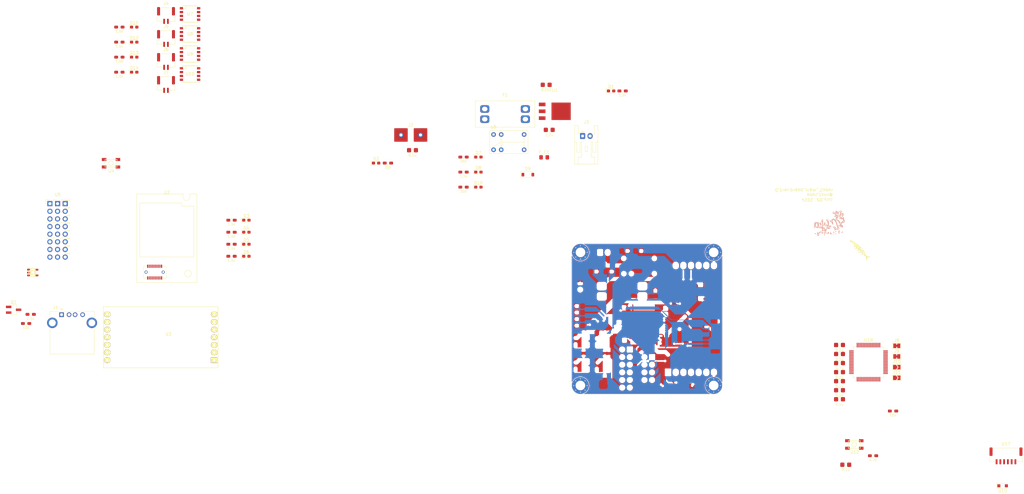
<source format=kicad_pcb>
(kicad_pcb (version 20221018) (generator pcbnew)
  (layers (0 "F.Cu" signal) (31 "B.Cu" signal) (34 "B.Paste" user) (35 "F.Paste" user) (36 "B.SilkS" user "B.Silkscreen") (37 "F.SilkS" user "F.Silkscreen") (38 "B.Mask" user) (39 "F.Mask" user) (44 "Edge.Cuts" user))
  (net 0 "")
  (net 1 "BAT")
  (net 2 "+3.3V")
  (net 3 "Net-(D2-A)")
  (net 4 "Net-(D3-A)")
  (net 5 "Net-(D4-A)")
  (net 6 "Net-(D5-A)")
  (net 7 "Net-(D7-A)")
  (net 8 "Net-(D8-A)")
  (net 9 "Net-(D10-A)")
  (net 10 "Net-(D11-A)")
  (net 11 "Fuse_out")
  (net 12 "BOOT0")
  (net 13 "+5V")
  (net 14 "EMC_IN")
  (net 15 "motor1_A")
  (net 16 "motor1_B")
  (net 17 "motor2_A")
  (net 18 "motor2_B")
  (net 19 "motor3_A")
  (net 20 "motor3_B")
  (net 21 "motor4_A")
  (net 22 "motor4_B")
  (net 23 "Relay_out")
  (net 24 "M4FIN")
  (net 25 "M3FIN")
  (net 26 "M2FIN")
  (net 27 "M1FIN")
  (net 28 "FEP_INI")
  (net 29 "FEP_RST")
  (net 30 "PC_6_Serial6TX")
  (net 31 "PC_7_Serial6RX")
  (net 32 "M1RIN")
  (net 33 "M2RIN")
  (net 34 "M3RIN")
  (net 35 "M4RIN")
  (net 36 "SWDIO")
  (net 37 "SWCLK")
  (net 38 "GND")
  (net 39 "Net-(D1-A)")
  (net 40 "Net-(D6-A)")
  (net 41 "Net-(D9-K)")
  (net 42 "Net-(D12-A)")
  (net 43 "Net-(D13-A)")
  (net 44 "Net-(D14-A)")
  (net 46 "SBUS")
  (net 47 "UART4_RX")
  (net 48 "Net-(J1-VBUS)")
  (net 49 "im920sl_D-")
  (net 50 "im920sl_D+")
  (net 52 "im920sl_RxD")
  (net 53 "Net-(J11-Pin_2)")
  (net 54 "im920sl_TxD")
  (net 55 "Net-(J10-Pin_2)")
  (net 56 "Net-(Q1-B)")
  (net 57 "im920sl_zettairesetsaseruMAN")
  (net 58 "im920sl_BUSY")
  (net 59 "Net-(U2-IO3{slash}XMIT)")
  (net 60 "Net-(U2-IO4{slash}SLEEP)")
  (net 61 "Net-(U2-SATUS)")
  (net 71 "Net-(U2-REG)")
  (net 72 "im920sl_RESET")
  (net 90 "RST")
  (net 91 "Net-(U15-A)")
  (net 92 "Net-(U18-VCAP_1)")
  (net 93 "URTA2_TX(STLINK)")
  (net 99 "UART4_TX")
  (net 100 "UART2_TX(STLINK)")
  (net 101 "UART2_RX")
  (footprint "LED_SMD:LED_0603_1608Metric_Pad1.05x0.95mm_HandSolder" (layer "F.Cu") (at 5.175 63.6)
    (fp_text reference "D4" (at 0 -1.43) (layer "F.SilkS"))
    (fp_text value "XMIT_LED")
    (pad "1" smd roundrect (at -0.875 0) (size 1.05 0.95) (layers "F.Cu" "F.Paste" "F.Mask") (net 38 "GND"))
    (pad "2" smd roundrect (at 0.875 0) (size 1.05 0.95) (layers "F.Cu" "F.Paste" "F.Mask") (net 5 "Net-(D4-A)"))
  )
  (footprint "Footprint_nishi:R_0603_1608" (layer "F.Cu") (at 0.2375 67.6)
    (fp_text reference "R7")
    (fp_text value "1.5k" (at 0 1.43) (layer "F.SilkS") (effects (font (size 0.8 0.8) (thickness 0.12))))
    (pad "1" smd roundrect (at -1.0625 0) (size 1.275 0.95) (layers "F.Cu" "F.Paste" "F.Mask") (net 60 "Net-(U2-IO4{slash}SLEEP)"))
    (pad "2" smd roundrect (at 1.0625 0) (size 1.275 0.95) (layers "F.Cu" "F.Paste" "F.Mask") (net 6 "Net-(D5-A)"))
  )
  (footprint "watanabe_smy:mounting_hole" (layer "F.Cu") (at 116.24 70.31)
    (fp_text reference "REF**")
    (fp_text value "mounting_hole")
    (pad "~" thru_hole circle locked (at -2.2 0) (size 1 1) (drill 0.3) (layers "*.Cu" "*.Mask"))
    (pad "~" thru_hole circle locked (at -1.55563 -1.55563) (size 1 1) (drill 0.3) (layers "*.Cu" "*.Mask"))
    (pad "~" thru_hole circle locked (at -1.55563 1.55563) (size 1 1) (drill 0.3) (layers "*.Cu" "*.Mask"))
    (pad "~" thru_hole circle locked (at 0 -2.2) (size 1 1) (drill 0.3) (layers "*.Cu" "*.Mask"))
    (pad "~" thru_hole circle locked (at 0 0) (size 5.6 5.6) (drill 3.2) (layers "*.Cu" "*.Mask"))
    (pad "~" thru_hole circle locked (at 0 2.2) (size 1 1) (drill 0.3) (layers "*.Cu" "*.Mask"))
    (pad "~" thru_hole circle locked (at 1.55563 -1.55563) (size 1 1) (drill 0.3) (layers "*.Cu" "*.Mask"))
    (pad "~" thru_hole circle locked (at 1.55563 1.55563) (size 1 1) (drill 0.3) (layers "*.Cu" "*.Mask"))
    (pad "~" thru_hole circle locked (at 2.2 0) (size 1 1) (drill 0.3) (layers "*.Cu" "*.Mask"))
  )
  (footprint "Connector_JST:JST_GH_BM02B-GHS-TBT_1x02-1MP_P1.25mm_Vertical" (layer "F.Cu") (at -21.531198 6.7898)
    (fp_text reference "J6" (at 0 -4) (layer "F.SilkS"))
    (fp_text value "motor3")
    (pad "1" smd roundrect (at -0.625 1.95) (size 0.6 1.7) (layers "F.Cu" "F.Paste" "F.Mask") (net 19 "motor3_A"))
    (pad "2" smd roundrect (at 0.625 1.95) (size 0.6 1.7) (layers "F.Cu" "F.Paste" "F.Mask") (net 20 "motor3_B"))
    (pad "MP" smd roundrect (at -2.475 -1.4) (size 1 2.8) (layers "F.Cu" "F.Paste" "F.Mask"))
    (pad "MP" smd roundrect (at 2.475 -1.4) (size 1 2.8) (layers "F.Cu" "F.Paste" "F.Mask"))
  )
  (footprint "LED_SMD:LED_0603_1608Metric_Pad1.05x0.95mm_HandSolder" (layer "F.Cu") (at 5.175 59.6)
    (fp_text reference "D3" (at 0 -1.43) (layer "F.SilkS"))
    (fp_text value "BUSY_LED")
    (pad "1" smd roundrect (at -0.875 0) (size 1.05 0.95) (layers "F.Cu" "F.Paste" "F.Mask") (net 38 "GND"))
    (pad "2" smd roundrect (at 0.875 0) (size 1.05 0.95) (layers "F.Cu" "F.Paste" "F.Mask") (net 4 "Net-(D3-A)"))
  )
  (footprint "Footprint_nishi:R_0603_1608" (layer "F.Cu") (at 0.2375 71.6)
    (fp_text reference "R8")
    (fp_text value "1.5k" (at 0 1.43) (layer "F.SilkS") (effects (font (size 0.8 0.8) (thickness 0.12))))
    (pad "1" smd roundrect (at -1.0625 0) (size 1.275 0.95) (layers "F.Cu" "F.Paste" "F.Mask") (net 61 "Net-(U2-SATUS)"))
    (pad "2" smd roundrect (at 1.0625 0) (size 1.275 0.95) (layers "F.Cu" "F.Paste" "F.Mask") (net 40 "Net-(D6-A)"))
  )
  (footprint "Footprint_nishi:R_0603_1608" (layer "F.Cu") (at 77.3625 43.6)
    (fp_text reference "R10")
    (fp_text value "1.5k" (at 0 1.43) (layer "F.SilkS") (effects (font (size 0.8 0.8) (thickness 0.12))))
    (pad "1" smd roundrect (at -1.0625 0) (size 1.275 0.95) (layers "F.Cu" "F.Paste" "F.Mask") (net 8 "Net-(D8-A)"))
    (pad "2" smd roundrect (at 1.0625 0) (size 1.275 0.95) (layers "F.Cu" "F.Paste" "F.Mask") (net 14 "EMC_IN"))
  )
  (footprint "Footprint_nishi:C_0805_2012" (layer "F.Cu") (at 104.8375 14.562)
    (fp_text reference "C1")
    (fp_text value "0.33u" (at 0 1.68) (layer "F.SilkS") (effects (font (size 0.8 0.8) (thickness 0.12))))
    (pad "1" smd roundrect (at -1.1375 0) (size 1.375 1.45) (layers "F.Cu" "F.Paste" "F.Mask") (roundrect_rratio 0.213) (net 1 "BAT"))
    (pad "2" smd roundrect (at 1.1375 0) (size 1.375 1.45) (layers "F.Cu" "F.Paste" "F.Mask") (roundrect_rratio 0.213) (net 38 "GND"))
  )
  (footprint "Footprint_nishi:C_0805_2012" (layer "F.Cu") (at 202.345 113.17)
    (fp_text reference "U20")
    (fp_text value "0.1u" (at 0 1.68) (layer "F.SilkS") (effects (font (size 0.8 0.8) (thickness 0.12))))
    (pad "1" smd roundrect (at -1.1375 0) (size 1.375 1.45) (layers "F.Cu" "F.Paste" "F.Mask") (roundrect_rratio 0.213) (net 2 "+3.3V"))
    (pad "2" smd roundrect (at 1.1375 0) (size 1.375 1.45) (layers "F.Cu" "F.Paste" "F.Mask") (roundrect_rratio 0.213) (net 38 "GND"))
  )
  (footprint "Capacitor_SMD:C_0805_2012Metric_Pad1.18x1.45mm_HandSolder" (layer "F.Cu") (at 104.1755 38.692)
    (fp_text reference "F_C1" (at 0 -1.68) (layer "F.SilkS"))
    (fp_text value "0.1u")
    (pad "1" smd roundrect (at -1.0375 0) (size 1.175 1.45) (layers "F.Cu" "F.Paste" "F.Mask") (roundrect_rratio 0.212766) (net 11 "Fuse_out"))
    (pad "2" smd roundrect (at 1.0375 0) (size 1.175 1.45) (layers "F.Cu" "F.Paste" "F.Mask") (roundrect_rratio 0.212766) (net 38 "GND"))
  )
  (footprint "Footprint_nishi:NJM2845DL1-33" (layer "F.Cu") (at 107.702 23.368)
    (fp_text reference "U1" (at 0 -6.985) (layer "F.SilkS"))
    (fp_text value "NJM2845DL1-33")
    (pad "1" smd rect (at -4.2 -2.28) (size 2.2 1.2) (layers "F.Cu" "F.Paste" "F.Mask") (net 1 "BAT"))
    (pad "2" smd rect (at -4.2 0) (size 2.2 1.2) (layers "F.Cu" "F.Paste" "F.Mask") (net 38 "GND"))
    (pad "2" smd rect (at 2.1 0) (size 6.4 5.8) (layers "F.Cu" "F.Paste" "F.Mask") (net 38 "GND"))
    (pad "3" smd rect (at -4.2 2.28) (size 2.2 1.2) (layers "F.Cu" "F.Paste" "F.Mask") (net 2 "+3.3V"))
  )
  (footprint "Footprint_nishi:R_0603_1608" (layer "F.Cu") (at -68.0445 93.98)
    (fp_text reference "R3")
    (fp_text value "10k" (at 0 1.43) (layer "F.SilkS") (effects (font (size 0.8 0.8) (thickness 0.12))))
    (pad "1" smd roundrect (at -1.0625 0) (size 1.275 0.95) (layers "F.Cu" "F.Paste" "F.Mask") (net 48 "Net-(J1-VBUS)"))
    (pad "2" smd roundrect (at 1.0625 0) (size 1.275 0.95) (layers "F.Cu" "F.Paste" "F.Mask") (net 1 "BAT"))
  )
  (footprint "Connector_JST:JST_GH_BM02B-GHS-TBT_1x02-1MP_P1.25mm_Vertical" (layer "F.Cu") (at -21.531198 -8.5102)
    (fp_text reference "J4" (at 0 -4) (layer "F.SilkS"))
    (fp_text value "motor1")
    (pad "1" smd roundrect (at -0.625 1.95) (size 0.6 1.7) (layers "F.Cu" "F.Paste" "F.Mask") (net 15 "motor1_A"))
    (pad "2" smd roundrect (at 0.625 1.95) (size 0.6 1.7) (layers "F.Cu" "F.Paste" "F.Mask") (net 16 "motor1_B"))
    (pad "MP" smd roundrect (at -2.475 -1.4) (size 1 2.8) (layers "F.Cu" "F.Paste" "F.Mask"))
    (pad "MP" smd roundrect (at 2.475 -1.4) (size 1 2.8) (layers "F.Cu" "F.Paste" "F.Mask"))
  )
  (footprint "LED_SMD:LED_0603_1608Metric_Pad1.05x0.95mm_HandSolder" (layer "F.Cu") (at -32.105999 -4.647)
    (fp_text reference "D11" (at 0 -1.43) (layer "F.SilkS"))
    (fp_text value "M4")
    (pad "1" smd roundrect (at -0.875 0) (size 1.05 0.95) (layers "F.Cu" "F.Paste" "F.Mask") (net 38 "GND"))
    (pad "2" smd roundrect (at 0.875 0) (size 1.05 0.95) (layers "F.Cu" "F.Paste" "F.Mask") (net 10 "Net-(D11-A)"))
  )
  (footprint "Footprint_nishi:C_0805_2012" (layer "F.Cu") (at 60.3935 36.322)
    (fp_text reference "B_C1")
    (fp_text value "0.1u" (at 0 1.68) (layer "F.SilkS") (effects (font (size 0.8 0.8) (thickness 0.12))))
    (pad "1" smd roundrect (at -1.1375 0) (size 1.375 1.45) (layers "F.Cu" "F.Paste" "F.Mask") (roundrect_rratio 0.213) (net 1 "BAT"))
    (pad "2" smd roundrect (at 1.1375 0) (size 1.375 1.45) (layers "F.Cu" "F.Paste" "F.Mask") (roundrect_rratio 0.213) (net 38 "GND"))
  )
  (footprint "Footprint_nishi:C_0805_2012" (layer "F.Cu") (at 202.345 116.18)
    (fp_text reference "U21")
    (fp_text value "0.1u" (at 0 1.68) (layer "F.SilkS") (effects (font (size 0.8 0.8) (thickness 0.12))))
    (pad "1" smd roundrect (at -1.1375 0) (size 1.375 1.45) (layers "F.Cu" "F.Paste" "F.Mask") (roundrect_rratio 0.213) (net 2 "+3.3V"))
    (pad "2" smd roundrect (at 1.1375 0) (size 1.375 1.45) (layers "F.Cu" "F.Paste" "F.Mask") (roundrect_rratio 0.213) (net 38 "GND"))
  )
  (footprint "Footprint_nishi:smd_diode_SOD-323_HandSoldering_cus10f30" (layer "F.Cu") (at 256.558 147.982)
    (fp_text reference "U15" (at 0 1.651) (layer "F.SilkS"))
    (fp_text value "D_Schottky")
    (pad "1" smd rect (at -1.25 0) (size 1 1) (layers "F.Cu" "F.Paste" "F.Mask") (net 2 "+3.3V"))
    (pad "2" smd rect (at 1.25 0) (size 1 1) (layers "F.Cu" "F.Paste" "F.Mask") (net 91 "Net-(U15-A)"))
  )
  (footprint "LED_SMD:LED_0603_1608Metric_Pad1.05x0.95mm_HandSolder" (layer "F.Cu") (at 48.3 40.6)
    (fp_text reference "D2" (at 0 -1.43) (layer "F.SilkS"))
    (fp_text value "Batt_LED")
    (pad "1" smd roundrect (at -0.875 0) (size 1.05 0.95) (layers "F.Cu" "F.Paste" "F.Mask") (net 38 "GND"))
    (pad "2" smd roundrect (at 0.875 0) (size 1.05 0.95) (layers "F.Cu" "F.Paste" "F.Mask") (net 3 "Net-(D2-A)"))
  )
  (footprint "watanabe_smy:mounting_hole" (layer "F.Cu") (at 160.51 70.31)
    (fp_text reference "REF**")
    (fp_text value "mounting_hole")
    (pad "~" thru_hole circle locked (at -2.2 0) (size 1 1) (drill 0.3) (layers "*.Cu" "*.Mask"))
    (pad "~" thru_hole circle locked (at -1.55563 -1.55563) (size 1 1) (drill 0.3) (layers "*.Cu" "*.Mask"))
    (pad "~" thru_hole circle locked (at -1.55563 1.55563) (size 1 1) (drill 0.3) (layers "*.Cu" "*.Mask"))
    (pad "~" thru_hole circle locked (at 0 -2.2) (size 1 1) (drill 0.3) (layers "*.Cu" "*.Mask"))
    (pad "~" thru_hole circle locked (at 0 0) (size 5.6 5.6) (drill 3.2) (layers "*.Cu" "*.Mask"))
    (pad "~" thru_hole circle locked (at 0 2.2) (size 1 1) (drill 0.3) (layers "*.Cu" "*.Mask"))
    (pad "~" thru_hole circle locked (at 1.55563 -1.55563) (size 1 1) (drill 0.3) (layers "*.Cu" "*.Mask"))
    (pad "~" thru_hole circle locked (at 1.55563 1.55563) (size 1 1) (drill 0.3) (layers "*.Cu" "*.Mask"))
    (pad "~" thru_hole circle locked (at 2.2 0) (size 1 1) (drill 0.3) (layers "*.Cu" "*.Mask"))
  )
  (footprint "SOP8:SOP8" (layer "F.Cu") (at -13.549999 4.3078)
    (fp_text reference "U9" (at 0 0 unlocked) (layer "F.SilkS"))
    (fp_text value "~")
    (pad "1" smd rect (at -2.849999 -1.905) (size 1.1 0.76) (layers "F.Cu" "F.Paste" "F.Mask") (net 19 "motor3_A"))
    (pad "2" smd rect (at -2.849999 -0.635) (size 1.1 0.76) (layers "F.Cu" "F.Paste" "F.Mask") (net 23 "Relay_out"))
    (pad "3" smd rect (at -2.849999 0.635) (size 1.1 0.76) (layers "F.Cu" "F.Paste" "F.Mask") (net 23 "Relay_out"))
    (pad "4" smd rect (at -2.849999 1.905) (size 1.1 0.76) (layers "F.Cu" "F.Paste" "F.Mask") (net 25 "M3FIN"))
    (pad "5" smd rect (at 2.849999 1.905) (size 1.1 0.76) (layers "F.Cu" "F.Paste" "F.Mask") (net 34 "M3RIN"))
    (pad "6" smd rect (at 2.849999 0.635) (size 1.1 0.76) (layers "F.Cu" "F.Paste" "F.Mask") (net 23 "Relay_out"))
    (pad "7" smd rect (at 2.849999 -0.635) (size 1.1 0.76) (layers "F.Cu" "F.Paste" "F.Mask") (net 20 "motor3_B"))
    (pad "8" smd rect (at 2.849999 -1.905) (size 1.1 0.76) (layers "F.Cu" "F.Paste" "F.Mask") (net 38 "GND"))
  )
  (footprint "Footprint_nishi:C_0805_2012" (layer "F.Cu") (at 204.4205 140.982)
    (fp_text reference "U23")
    (fp_text value "0.1u" (at 0 1.68) (layer "F.SilkS") (effects (font (size 0.8 0.8) (thickness 0.12))))
    (pad "1" smd roundrect (at -1.1375 0) (size 1.375 1.45) (layers "F.Cu" "F.Paste" "F.Mask") (roundrect_rratio 0.213) (net 2 "+3.3V"))
    (pad "2" smd roundrect (at 1.1375 0) (size 1.375 1.45) (layers "F.Cu" "F.Paste" "F.Mask") (roundrect_rratio 0.213) (net 38 "GND"))
  )
  (footprint "LED_SMD:LED_0603_1608Metric_Pad1.05x0.95mm_HandSolder" (layer "F.Cu") (at 5.175 71.6)
    (fp_text reference "D6" (at 0 -1.43) (layer "F.SilkS"))
    (fp_text value "STATUS_LED")
    (pad "1" smd roundrect (at -0.875 0) (size 1.05 0.95) (layers "F.Cu" "F.Paste" "F.Mask") (net 38 "GND"))
    (pad "2" smd roundrect (at 0.875 0) (size 1.05 0.95) (layers "F.Cu" "F.Paste" "F.Mask") (net 40 "Net-(D6-A)"))
  )
  (footprint "Footprint_Monkey:POWER_PAD" (layer "F.Cu") (at 59.816 31.242)
    (fp_text reference "J2" (at 0 -3.31) (layer "F.SilkS"))
    (fp_text value "BATT")
    (pad "1" thru_hole circle (at -3.25 0) (size 1.6 1.6) (drill 1) (layers "*.Cu" "*.Mask") (net 1 "BAT"))
    (pad "1" smd roundrect (at -3.25 0) (size 4.5 4.5) (layers "F.Cu" "F.Paste" "F.Mask") (roundrect_rratio 0.05) (net 1 "BAT"))
    (pad "2" thru_hole circle (at 3.25 0) (size 1.6 1.6) (drill 1) (layers "*.Cu" "*.Mask") (net 38 "GND"))
    (pad "2" smd roundrect (at 3.25 0) (size 4.5 4.5) (layers "F.Cu" "F.Paste" "F.Mask") (roundrect_rratio 0.05) (net 38 "GND"))
  )
  (footprint "Footprint_nishi:R_0603_1608" (layer "F.Cu") (at -37.043499 0.353)
    (fp_text reference "R13")
    (fp_text value "1.5k" (at 0 1.43) (layer "F.SilkS") (effects (font (size 0.8 0.8) (thickness 0.12))))
    (pad "1" smd roundrect (at -1.0625 0) (size 1.275 0.95) (layers "F.Cu" "F.Paste" "F.Mask") (net 42 "Net-(D12-A)"))
    (pad "2" smd roundrect (at 1.0625 0) (size 1.275 0.95) (layers "F.Cu" "F.Paste" "F.Mask") (net 25 "M3FIN"))
  )
  (footprint "Connector_JST:JST_GH_BM02B-GHS-TBT_1x02-1MP_P1.25mm_Vertical" (layer "F.Cu") (at -21.531198 14.4398)
    (fp_text reference "J7" (at 0 -4) (layer "F.SilkS"))
    (fp_text value "motor4")
    (pad "1" smd roundrect (at -0.625 1.95) (size 0.6 1.7) (layers "F.Cu" "F.Paste" "F.Mask") (net 21 "motor4_A"))
    (pad "2" smd roundrect (at 0.625 1.95) (size 0.6 1.7) (layers "F.Cu" "F.Paste" "F.Mask") (net 22 "motor4_B"))
    (pad "MP" smd roundrect (at -2.475 -1.4) (size 1 2.8) (layers "F.Cu" "F.Paste" "F.Mask"))
    (pad "MP" smd roundrect (at 2.475 -1.4) (size 1 2.8) (layers "F.Cu" "F.Paste" "F.Mask"))
  )
  (footprint "NagaokaFootprint2023:FEP-02_PIN_SOCKET" (layer "F.Cu") (at -23.294 98.552)
    (fp_text reference "U3" (at 2.54 -1.08) (layer "F.SilkS"))
    (fp_text value "FEP-02")
    (pad "1" thru_hole rect (at 17.78 7.62) (size 2.2 1.8) (drill 0.8) (layers "*.Cu" "*.Mask" "F.SilkS") (net 2 "+3.3V"))
    (pad "2" thru_hole oval (at 17.78 5.08) (size 2.2 1.8) (drill 0.8) (layers "*.Cu" "*.Mask" "F.SilkS") (net 31 "PC_7_Serial6RX"))
    (pad "3" thru_hole oval (at 17.78 2.54) (size 2.2 1.8) (drill 0.8) (layers "*.Cu" "*.Mask" "F.SilkS") (net 30 "PC_6_Serial6TX"))
    (pad "4" thru_hole oval (at 17.78 0) (size 2.2 1.8) (drill 0.8) (layers "*.Cu" "*.Mask" "F.SilkS"))
    (pad "5" thru_hole oval (at 17.78 -2.54) (size 2.2 1.8) (drill 0.8) (layers "*.Cu" "*.Mask" "F.SilkS"))
    (pad "6" thru_hole oval (at 17.78 -5.08) (size 2.2 1.8) (drill 0.8) (layers "*.Cu" "*.Mask" "F.SilkS"))
    (pad "7" thru_hole oval (at 17.78 -7.62) (size 2.2 1.8) (drill 0.8) (layers "*.Cu" "*.Mask" "F.SilkS"))
    (pad "8" thru_hole oval (at -17.78 -7.62) (size 2.2 1.8) (drill 0.8) (layers "*.Cu" "*.Mask" "F.SilkS"))
    (pad "9" thru_hole oval (at -17.78 -5.08) (size 2.2 1.8) (drill 0.8) (layers "*.Cu" "*.Mask" "F.SilkS"))
    (pad "10" thru_hole oval (at -17.78 -2.54) (size 2.2 1.8) (drill 0.8) (layers "*.Cu" "*.Mask" "F.SilkS"))
    (pad "11" thru_hole oval (at -17.78 0) (size 2.2 1.8) (drill 0.8) (layers "*.Cu" "*.Mask" "F.SilkS") (net 28 "FEP_INI"))
    (pad "12" thru_hole oval (at -17.78 2.54) (size 2.2 1.8) (drill 0.8) (layers "*.Cu" "*.Mask" "F.SilkS") (net 29 "FEP_RST"))
    (pad "13" thru_hole oval (at -17.78 5.08) (size 2.2 1.8) (drill 0.8) (layers "*.Cu" "*.Mask" "F.SilkS") (net 2 "+3.3V"))
    (pad "14" thru_hole oval (at -17.78 7.62) (size 2.2 1.8) (drill 0.8) (layers "*.Cu" "*.Mask" "F.SilkS") (net 38 "GND"))
  )
  (footprint "watanabe_smy:Y14H-1C-3DS" (layer "F.Cu") (at 87.347 31.093)
    (fp_text reference "U6" (at 0 -2.54 unlocked) (layer "F.SilkS"))
    (fp_text value "~")
    (pad "1" thru_hole circle (at 0 5.08) (size 1.524 1.524) (drill 0.762) (layers "*.Cu" "*.Mask"))
    (pad "2" thru_hole circle (at 2.54 5.08) (size 1.524 1.524) (drill 0.762) (layers "*.Cu" "*.Mask") (net 41 "Net-(D9-K)"))
    (pad "3" thru_hole circle (at 10.16 5.08) (size 1.524 1.524) (drill 0.762) (layers "*.Cu" "*.Mask") (net 11 "Fuse_out"))
    (pad "4" thru_hole circle (at 0 0) (size 1.524 1.524) (drill 0.762) (layers "*.Cu" "*.Mask"))
    (pad "5" thru_hole circle (at 2.54 0) (size 1.524 1.524) (drill 0.762) (layers "*.Cu" "*.Mask") (net 38 "GND"))
    (pad "6" thru_hole circle (at 10.16 0) (size 1.524 1.524) (drill 0.762) (layers "*.Cu" "*.Mask") (net 11 "Fuse_out"))
  )
  (footprint "Footprint_nishi:R_0603_1608" (layer "F.Cu") (at 213.4955 137.982)
    (fp_text reference "U11")
    (fp_text value "4.7k" (at 0 1.43) (layer "F.SilkS") (effects (font (size 0.8 0.8) (thickness 0.12))))
    (pad "1" smd roundrect (at -1.0625 0) (size 1.275 0.95) (layers "F.Cu" "F.Paste" "F.Mask") (net 2 "+3.3V"))
    (pad "2" smd roundrect (at 1.0625 0) (size 1.275 0.95) (layers "F.Cu" "F.Paste" "F.Mask") (net 90 "RST"))
  )
  (footprint "Footprint_nishi:C_0805_2012" (layer "F.Cu") (at 202.345 110.16)
    (fp_text reference "U19")
    (fp_text value "0.1u" (at 0 1.68) (layer "F.SilkS") (effects (font (size 0.8 0.8) (thickness 0.12))))
    (pad "1" smd roundrect (at -1.1375 0) (size 1.375 1.45) (layers "F.Cu" "F.Paste" "F.Mask") (roundrect_rratio 0.213) (net 2 "+3.3V"))
    (pad "2" smd roundrect (at 1.1375 0) (size 1.375 1.45) (layers "F.Cu" "F.Paste" "F.Mask") (roundrect_rratio 0.213) (net 38 "GND"))
  )
  (footprint "Footprint_nishi:R_0603_1608" (layer "F.Cu") (at 77.3625 38.6)
    (fp_text reference "R9")
    (fp_text value "20k" (at 0 1.43) (layer "F.SilkS") (effects (font (size 0.8 0.8) (thickness 0.12))))
    (pad "1" smd roundrect (at -1.0625 0) (size 1.275 0.95) (layers "F.Cu" "F.Paste" "F.Mask") (net 11 "Fuse_out"))
    (pad "2" smd roundrect (at 1.0625 0) (size 1.275 0.95) (layers "F.Cu" "F.Paste" "F.Mask") (net 7 "Net-(D7-A)"))
  )
  (footprint "LED_SMD:LED_0603_1608Metric_Pad1.05x0.95mm_HandSolder" (layer "F.Cu") (at -32.105999 10.353)
    (fp_text reference "D14" (at 0 -1.43) (layer "F.SilkS"))
    (fp_text value "M1")
    (pad "1" smd roundrect (at -0.875 0) (size 1.05 0.95) (layers "F.Cu" "F.Paste" "F.Mask") (net 38 "GND"))
    (pad "2" smd roundrect (at 0.875 0) (size 1.05 0.95) (layers "F.Cu" "F.Paste" "F.Mask") (net 44 "Net-(D14-A)"))
  )
  (footprint "Jumper:SolderJumper-2_P1.3mm_Bridged_Pad1.0x1.5mm" (layer "F.Cu") (at 221.375 101.4)
    (fp_text reference "J8" (at 0 -1.8) (layer "F.SilkS"))
    (fp_text value "RX==TX")
    (fp_poly (pts (xy -0.25 -0.3) (xy 0.25 -0.3) (xy 0.25 0.3) (xy -0.25 0.3)) (fill solid) (layer "F.Cu"))
    (pad "1" smd rect (at -0.65 0) (size 1 1.5) (layers "F.Cu" "F.Mask") (net 52 "im920sl_RxD"))
    (pad "2" smd rect (at 0.65 0) (size 1 1.5) (layers "F.Cu" "F.Mask") (net 53 "Net-(J11-Pin_2)"))
  )
  (footprint "NagaokaFootprint2023:2sc3265_SC-59_Handsoldering" (layer "F.Cu") (at -72.188 89.408)
    (fp_text reference "Q1" (at 0 -2.5) (layer "F.SilkS"))
    (fp_text value "2SC3265-Y")
    (pad "1" smd rect (at -1.65 -0.95) (size 1.8 0.8) (layers "F.Cu" "F.Paste" "F.Mask") (net 38 "GND"))
    (pad "2" smd rect (at -1.65 0.95) (size 1.8 0.8) (layers "F.Cu" "F.Paste" "F.Mask") (net 48 "Net-(J1-VBUS)"))
    (pad "3" smd rect (at 1.65 0) (size 1.8 0.8) (layers "F.Cu" "F.Paste" "F.Mask") (net 56 "Net-(Q1-B)"))
  )
  (footprint "watanabe_smy:mounting_hole" (layer "F.Cu") (at 116.21 114.61)
    (fp_text reference "REF**")
    (fp_text value "mounting_hole")
    (pad "~" thru_hole circle locked (at -2.2 0) (size 1 1) (drill 0.3) (layers "*.Cu" "*.Mask"))
    (pad "~" thru_hole circle locked (at -1.55563 -1.55563) (size 1 1) (drill 0.3) (layers "*.Cu" "*.Mask"))
    (pad "~" thru_hole circle locked (at -1.55563 1.55563) (size 1 1) (drill 0.3) (layers "*.Cu" "*.Mask"))
    (pad "~" thru_hole circle locked (at 0 -2.2) (size 1 1) (drill 0.3) (layers "*.Cu" "*.Mask"))
    (pad "~" thru_hole circle locked (at 0 0) (size 5.6 5.6) (drill 3.2) (layers "*.Cu" "*.Mask"))
    (pad "~" thru_hole circle locked (at 0 2.2) (size 1 1) (drill 0.3) (layers "*.Cu" "*.Mask"))
    (pad "~" thru_hole circle locked (at 1.55563 -1.55563) (size 1 1) (drill 0.3) (layers "*.Cu" "*.Mask"))
    (pad "~" thru_hole circle locked (at 1.55563 1.55563) (size 1 1) (drill 0.3) (layers "*.Cu" "*.Mask"))
    (pad "~" thru_hole circle locked (at 2.2 0) (size 1 1) (drill 0.3) (layers "*.Cu" "*.Mask"))
  )
  (footprint "LED_SMD:LED_0603_1608Metric_Pad1.05x0.95mm_HandSolder" (layer "F.Cu") (at -32.105999 0.353)
    (fp_text reference "D12" (at 0 -1.43) (layer "F.SilkS"))
    (fp_text value "M3")
    (pad "1" smd roundrect (at -0.875 0) (size 1.05 0.95) (layers "F.Cu" "F.Paste" "F.Mask") (net 38 "GND"))
    (pad "2" smd roundrect (at 0.875 0) (size 1.05 0.95) (layers "F.Cu" "F.Paste" "F.Mask") (net 42 "Net-(D12-A)"))
  )
  (footprint "Footprint_nishi:R_0603_1608" (layer "F.Cu") (at 0.2375 59.6)
    (fp_text reference "R5")
    (fp_text value "1.5k" (at 0 1.43) (layer "F.SilkS") (effects (font (size 0.8 0.8) (thickness 0.12))))
    (pad "1" smd roundrect (at -1.0625 0) (size 1.275 0.95) (layers "F.Cu" "F.Paste" "F.Mask") (net 58 "im920sl_BUSY"))
    (pad "2" smd roundrect (at 1.0625 0) (size 1.275 0.95) (layers "F.Cu" "F.Paste" "F.Mask") (net 4 "Net-(D3-A)"))
  )
  (footprint "Footprint_nishi:R_0603_1608" (layer "F.Cu") (at 77.3625 48.6)
    (fp_text reference "R11")
    (fp_text value "20k" (at 0 1.43) (layer "F.SilkS") (effects (font (size 0.8 0.8) (thickness 0.12))))
    (pad "1" smd roundrect (at -1.0625 0) (size 1.275 0.95) (layers "F.Cu" "F.Paste" "F.Mask") (net 9 "Net-(D10-A)"))
    (pad "2" smd roundrect (at 1.0625 0) (size 1.275 0.95) (layers "F.Cu" "F.Paste" "F.Mask") (net 23 "Relay_out"))
  )
  (footprint "Footprint_nishi:C_0805_2012" (layer "F.Cu") (at 202.345 107.15)
    (fp_text reference "U16")
    (fp_text value "4.7u" (at 0 1.68) (layer "F.SilkS") (effects (font (size 0.8 0.8) (thickness 0.12))))
    (pad "1" smd roundrect (at -1.1375 0) (size 1.375 1.45) (layers "F.Cu" "F.Paste" "F.Mask") (roundrect_rratio 0.213) (net 92 "Net-(U18-VCAP_1)"))
    (pad "2" smd roundrect (at 1.1375 0) (size 1.375 1.45) (layers "F.Cu" "F.Paste" "F.Mask") (roundrect_rratio 0.213) (net 38 "GND"))
  )
  (footprint "Footprint_nishi:R_0603_1608" (layer "F.Cu") (at -37.043499 -4.647)
    (fp_text reference "R12")
    (fp_text value "1.5k" (at 0 1.43) (layer "F.SilkS") (effects (font (size 0.8 0.8) (thickness 0.12))))
    (pad "1" smd roundrect (at -1.0625 0) (size 1.275 0.95) (layers "F.Cu" "F.Paste" "F.Mask") (net 10 "Net-(D11-A)"))
    (pad "2" smd roundrect (at 1.0625 0) (size 1.275 0.95) (layers "F.Cu" "F.Paste" "F.Mask") (net 24 "M4FIN"))
  )
  (footprint "LED_SMD:LED_0603_1608Metric_Pad1.05x0.95mm_HandSolder" (layer "F.Cu") (at 82.3 48.6)
    (fp_text reference "D10" (at 0 -1.43) (layer "F.SilkS"))
    (fp_text value "Relay_LED")
    (pad "1" smd roundrect (at -0.875 0) (size 1.05 0.95) (layers "F.Cu" "F.Paste" "F.Mask") (net 38 "GND"))
    (pad "2" smd roundrect (at 0.875 0) (size 1.05 0.95) (layers "F.Cu" "F.Paste" "F.Mask") (net 9 "Net-(D10-A)"))
  )
  (footprint "Footprint_nishi:C_0805_2012" (layer "F.Cu") (at 202.345 119.19)
    (fp_text reference "U22")
    (fp_text value "0.1u" (at 0 1.68) (layer "F.SilkS") (effects (font (size 0.8 0.8) (thickness 0.12))))
    (pad "1" smd roundrect (at -1.1375 0) (size 1.375 1.45) (layers "F.Cu" "F.Paste" "F.Mask") (roundrect_rratio 0.213) (net 2 "+3.3V"))
    (pad "2" smd roundrect (at 1.1375 0) (size 1.375 1.45) (layers "F.Cu" "F.Paste" "F.Mask") (roundrect_rratio 0.213) (net 38 "GND"))
  )
  (footprint "watanabe_smy:mounting_hole" (layer "F.Cu") (at 160.51 114.61)
    (fp_text reference "REF**")
    (fp_text value "mounting_hole")
    (pad "~" thru_hole circle locked (at -2.2 0) (size 1 1) (drill 0.3) (layers "*.Cu" "*.Mask"))
    (pad "~" thru_hole circle locked (at -1.55563 -1.55563) (size 1 1) (drill 0.3) (layers "*.Cu" "*.Mask"))
    (pad "~" thru_hole circle locked (at -1.55563 1.55563) (size 1 1) (drill 0.3) (layers "*.Cu" "*.Mask"))
    (pad "~" thru_hole circle locked (at 0 -2.2) (size 1 1) (drill 0.3) (layers "*.Cu" "*.Mask"))
    (pad "~" thru_hole circle locked (at 0 0) (size 5.6 5.6) (drill 3.2) (layers "*.Cu" "*.Mask"))
    (pad "~" thru_hole circle locked (at 0 2.2) (size 1 1) (drill 0.3) (layers "*.Cu" "*.Mask"))
    (pad "~" thru_hole circle locked (at 1.55563 -1.55563) (size 1 1) (drill 0.3) (layers "*.Cu" "*.Mask"))
    (pad "~" thru_hole circle locked (at 1.55563 1.55563) (size 1 1) (drill 0.3) (layers "*.Cu" "*.Mask"))
    (pad "~" thru_hole circle locked (at 2.2 0) (size 1 1) (drill 0.3) (layers "*.Cu" "*.Mask"))
  )
  (footprint "Footprint_nishi:tact_sw_smd_skrpabe10" (layer "F.Cu") (at 207.258 134.232)
    (fp_text reference "U12" (at 0.127 2.54) (layer "F.SilkS"))
    (fp_text value "SW_DP3T")
    (pad "1" smd rect (at -2.3 -1.25) (size 1.5 1) (layers "F.Cu" "F.Paste" "F.Mask") (net 90 "RST"))
    (pad "2" smd rect (at -2.3 1.25) (size 1.5 1) (layers "F.Cu" "F.Paste" "F.Mask") (net 38 "GND"))
    (pad "3" smd rect (at 2.3 -1.25) (size 1.5 1) (layers "F.Cu" "F.Paste" "F.Mask") (net 90 "RST"))
    (pad "4" smd rect (at 2.3 1.25) (size 1.5 1) (layers "F.Cu" "F.Paste" "F.Mask") (net 38 "GND"))
  )
  (footprint "LED_SMD:LED_0603_1608Metric_Pad1.05x0.95mm_HandSolder" (layer "F.Cu") (at 82.3 38.6)
    (fp_text reference "D7" (at 0 -1.43) (layer "F.SilkS"))
    (fp_text value "Fuse_LED")
    (pad "1" smd roundrect (at -0.875 0) (size 1.05 0.95) (layers "F.Cu" "F.Paste" "F.Mask") (net 38 "GND"))
    (pad "2" smd roundrect (at 0.875 0) (size 1.05 0.95) (layers "F.Cu" "F.Paste" "F.Mask") (net 7 "Net-(D7-A)"))
  )
  (footprint "watanabe_smy:IM920sL" (layer "F.Cu") (at -21.262 50.877)
    (fp_text reference "U2" (at 0 -0.5 unlocked) (layer "F.SilkS"))
    (fp_text value "IM920sL")
    (pad "1" smd roundrect (at -1.75 27.95) (size 0.4 1.1) (layers "F.Cu" "F.Paste" "F.Mask") (net 58 "im920sl_BUSY"))
    (pad "2" smd roundrect (at -1.75 24.05) (size 0.4 1.1) (layers "F.Cu" "F.Paste" "F.Mask"))
    (pad "3" smd roundrect (at -2.3 27.95) (size 0.3 1.1) (layers "F.Cu" "F.Paste" "F.Mask") (net 59 "Net-(U2-IO3{slash}XMIT)"))
    (pad "4" smd roundrect (at -2.3 24.05) (size 0.3 1.1) (layers "F.Cu" "F.Paste" "F.Mask") (net 60 "Net-(U2-IO4{slash}SLEEP)"))
    (pad "5" smd roundrect (at -2.8 27.95) (size 0.3 1.1) (layers "F.Cu" "F.Paste" "F.Mask"))
    (pad "6" smd roundrect (at -2.8 24.05) (size 0.3 1.1) (layers "F.Cu" "F.Paste" "F.Mask") (net 52 "im920sl_RxD"))
    (pad "7" smd roundrect (at -3.3 27.95) (size 0.3 1.1) (layers "F.Cu" "F.Paste" "F.Mask") (net 54 "im920sl_TxD"))
    (pad "8" smd roundrect (at -3.3 24.05) (size 0.3 1.1) (layers "F.Cu" "F.Paste" "F.Mask"))
    (pad "9" smd roundrect (at -3.8 27.95) (size 0.3 1.1) (layers "F.Cu" "F.Paste" "F.Mask"))
    (pad "10" smd roundrect (at -3.8 24.05) (size 0.3 1.1) (layers "F.Cu" "F.Paste" "F.Mask"))
    (pad "11" smd roundrect (at -4.3 27.95) (size 0.3 1.1) (layers "F.Cu" "F.Paste" "F.Mask"))
    (pad "12" smd roundrect (at -4.3 24.05) (size 0.3 1.1) (layers "F.Cu" "F.Paste" "F.Mask"))
    (pad "13" smd roundrect (at -4.8 27.95) (size 0.3 1.1) (layers "F.Cu" "F.Paste" "F.Mask"))
    (pad "14" smd roundrect (at -4.8 24.05) (size 0.3 1.1) (layers "F.Cu" "F.Paste" "F.Mask"))
    (pad "15" smd roundrect (at -5.3 27.95) (size 0.3 1.1) (layers "F.Cu" "F.Paste" "F.Mask") (net 61 "Net-(U2-SATUS)"))
    (pad "16" smd roundrect (at -5.3 24.05) (size 0.3 1.1) (layers "F.Cu" "F.Paste" "F.Mask") (net 71 "Net-(U2-REG)"))
    (pad "17" smd roundrect (at -5.8 27.95) (size 0.3 1.1) (layers "F.Cu" "F.Paste" "F.Mask") (net 2 "+3.3V"))
    (pad "18" smd roundrect (at -5.8 24.05) (size 0.3 1.1) (layers "F.Cu" "F.Paste" "F.Mask") (net 38 "GND"))
    (pad "19" smd roundrect (at -6.35 27.95) (size 0.4 1.1) (layers "F.Cu" "F.Paste" "F.Mask") (net 72 "im920sl_RESET"))
    (pad "20" smd roundrect (at -6.35 24.05) (size 0.4 1.1) (layers "F.Cu" "F.Paste" "F.Mask"))
    (pad "~" thru_hole circle (at -6.9 26) (size 1 1) (drill 0.6) (layers "*.Cu" "*.Mask"))
    (pad "~" thru_hole circle (at -1.2 26) (size 1 1) (drill 0.6) (layers "*.Cu" "*.Mask"))
  )
  (footprint "Footprint_nishi:tact_sw_smd_skrpabe10" (layer "F.Cu") (at -39.818 40.66)
    (fp_text reference "U4" (at 0.127 2.54) (layer "F.SilkS"))
    (fp_text value "SW_DP3T")
    (pad "1" smd rect (at -2.3 -1.25) (size 1.5 1) (layers "F.Cu" "F.Paste" "F.Mask") (net 71 "Net-(U2-REG)"))
    (pad "2" smd rect (at -2.3 1.25) (size 1.5 1) (layers "F.Cu" "F.Paste" "F.Mask") (net 38 "GND"))
    (pad "3" smd rect (at 2.3 -1.25) (size 1.5 1) (layers "F.Cu" "F.Paste" "F.Mask") (net 71 "Net-(U2-REG)"))
    (pad "4" smd rect (at 2.3 1.25) (size 1.5 1) (layers "F.Cu" "F.Paste" "F.Mask") (net 38 "GND"))
  )
  (footprint "Package_QFP:LQFP-64_10x10mm_P0.5mm" (layer "F.Cu") (at 211.975 106.85)
    (fp_text reference "U18" (at 0 -7.4) (layer "F.SilkS"))
    (fp_text value "STM32F446RETx-stm32")
    (pad "1" smd roundrect (at -5.675 -3.75) (size 1.55 0.3) (layers "F.Cu" "F.Paste" "F.Mask") (net 2 "+3.3V"))
    (pad "2" smd roundrect (at -5.675 -3.25) (size 1.55 0.3) (layers "F.Cu" "F.Paste" "F.Mask"))
    (pad "3" smd roundrect (at -5.675 -2.75) (size 1.55 0.3) (layers "F.Cu" "F.Paste" "F.Mask"))
    (pad "4" smd roundrect (at -5.675 -2.25) (size 1.55 0.3) (layers "F.Cu" "F.Paste" "F.Mask"))
    (pad "5" smd roundrect (at -5.675 -1.75) (size 1.55 0.3) (layers "F.Cu" "F.Paste" "F.Mask"))
    (pad "6" smd roundrect (at -5.675 -1.25) (size 1.55 0.3) (layers "F.Cu" "F.Paste" "F.Mask"))
    (pad "7" smd roundrect (at -5.675 -0.75) (size 1.55 0.3) (layers "F.Cu" "F.Paste" "F.Mask") (net 90 "RST"))
    (pad "8" smd roundrect (at -5.675 -0.25) (size 1.55 0.3) (layers "F.Cu" "F.Paste" "F.Mask") (net 57 "im920sl_zettairesetsaseruMAN"))
    (pad "9" smd roundrect (at -5.675 0.25) (size 1.55 0.3) (layers "F.Cu" "F.Paste" "F.Mask") (net 14 "EMC_IN"))
    (pad "10" smd roundrect (at -5.675 0.75) (size 1.55 0.3) (layers "F.Cu" "F.Paste" "F.Mask") (net 58 "im920sl_BUSY"))
    (pad "11" smd roundrect (at -5.675 1.25) (size 1.55 0.3) (layers "F.Cu" "F.Paste" "F.Mask") (net 72 "im920sl_RESET"))
    (pad "12" smd roundrect (at -5.675 1.75) (size 1.55 0.3) (layers "F.Cu" "F.Paste" "F.Mask") (net 38 "GND"))
    (pad "13" smd roundrect (at -5.675 2.25) (size 1.55 0.3) (layers "F.Cu" "F.Paste" "F.Mask") (net 2 "+3.3V"))
    (pad "14" smd roundrect (at -5.675 2.75) (size 1.55 0.3) (layers "F.Cu" "F.Paste" "F.Mask") (net 99 "UART4_TX"))
    (pad "15" smd roundrect (at -5.675 3.25) (size 1.55 0.3) (layers "F.Cu" "F.Paste" "F.Mask") (net 47 "UART4_RX"))
    (pad "16" smd roundrect (at -5.675 3.75) (size 1.55 0.3) (layers "F.Cu" "F.Paste" "F.Mask") (net 100 "UART2_TX(STLINK)"))
    (pad "17" smd roundrect (at -3.75 5.675) (size 0.3 1.55) (layers "F.Cu" "F.Paste" "F.Mask") (net 101 "UART2_RX"))
    (pad "18" smd roundrect (at -3.25 5.675) (size 0.3 1.55) (layers "F.Cu" "F.Paste" "F.Mask") (net 38 "GND"))
    (pad "19" smd roundrect (at -2.75 5.675) (size 0.3 1.55) (layers "F.Cu" "F.Paste" "F.Mask") (net 2 "+3.3V"))
    (pad "20" smd roundrect (at -2.25 5.675) (size 0.3 1.55) (layers "F.Cu" "F.Paste" "F.Mask"))
    (pad "21" smd roundrect (at -1.75 5.675) (size 0.3 1.55) (layers "F.Cu" "F.Paste" "F.Mask"))
    (pad "22" smd roundrect (at -1.25 5.675) (size 0.3 1.55) (layers "F.Cu" "F.Paste" "F.Mask"))
    (pad "23" smd roundrect (at -0.75 5.675) (size 0.3 1.55) (layers "F.Cu" "F.Paste" "F.Mask"))
    (pad "24" smd roundrect (at -0.25 5.675) (size 0.3 1.55) (layers "F.Cu" "F.Paste" "F.Mask"))
    (pad "25" smd roundrect (at 0.25 5.675) (size 0.3 1.55) (layers "F.Cu" "F.Paste" "F.Mask"))
    (pad "26" smd roundrect (at 0.75 5.675) (size 0.3 1.55) (layers "F.Cu" "F.Paste" "F.Mask"))
    (pad "27" smd roundrect (at 1.25 5.675) (size 0.3 1.55) (layers "F.Cu" "F.Paste" "F.Mask"))
    (pad "28" smd roundrect (at 1.75 5.675) (size 0.3 1.55) (layers "F.Cu" "F.Paste" "F.Mask"))
    (pad "29" smd roundrect (at 2.25 5.675) (size 0.3 1.55) (layers "F.Cu" "F.Paste" "F.Mask") (net 35 "M4RIN"))
    (pad "30" smd roundrect (at 2.75 5.675) (size 0.3 1.55) (layers "F.Cu" "F.Paste" "F.Mask") (net 92 "Net-(U18-VCAP_1)"))
    (pad "31" smd roundrect (at 3.25 5.675) (size 0.3 1.55) (layers "F.Cu" "F.Paste" "F.Mask") (net 38 "GND"))
    (pad "32" smd roundrect (at 3.75 5.675) (size 0.3 1.55) (layers "F.Cu" "F.Paste" "F.Mask") (net 2 "+3.3V"))
    (pad "33" smd roundrect (at 5.675 3.75) (size 1.55 0.3) (layers "F.Cu" "F.Paste" "F.Mask"))
    (pad "34" smd roundrect (at 5.675 3.25) (size 1.55 0.3) (layers "F.Cu" "F.Paste" "F.Mask"))
    (pad "35" smd roundrect (at 5.675 2.75) (size 1.55 0.3) (layers "F.Cu" "F.Paste" "F.Mask"))
    (pad "36" smd roundrect (at 5.675 2.25) (size 1.55 0.3) (layers "F.Cu" "F.Paste" "F.Mask"))
    (pad "37" smd roundrect (at 5.675 1.75) (size 1.55 0.3) (layers "F.Cu" "F.Paste" "F.Mask") (net 30 "PC_6_Serial6TX"))
    (pad "38" smd roundrect (at 5.675 1.25) (size 1.55 0.3) (layers "F.Cu" "F.Paste" "F.Mask") (net 31 "PC_7_Serial6RX"))
    (pad "39" smd roundrect (at 5.675 0.75) (size 1.55 0.3) (layers "F.Cu" "F.Paste" "F.Mask") (net 28 "FEP_INI"))
    (pad "40" smd roundrect (at 5.675 0.25) (size 1.55 0.3) (layers "F.Cu" "F.Paste" "F.Mask") (net 29 "FEP_RST"))
    (pad "41" smd roundrect (at 5.675 -0.25) (size 1.55 0.3) (layers "F.Cu" "F.Paste" "F.Mask") (net 32 "M1RIN"))
    (pad "42" smd roundrect (at 5.675 -0.75) (size 1.55 0.3) (layers "F.Cu" "F.Paste" "F.Mask") (net 53 "Net-(J11-Pin_2)"))
    (pad "43" smd roundrect (at 5.675 -1.25) (size 1.55 0.3) (layers "F.Cu" "F.Paste" "F.Mask") (net 55 "Net-(J10-Pin_2)"))
    (pad "44" smd roundrect (at 5.675 -1.75) (size 1.55 0.3) (layers "F.Cu" "F.Paste" "F.Mask") (net 49 "im920sl_D-"))
    (pad "45" smd roundrect (at 5.675 -2.25) (size 1.55 0.3) (layers "F.Cu" "F.Paste" "F.Mask") (net 50 "im920sl_D+"))
    (pad "46" smd roundrect (at 5.675 -2.75) (size 1.55 0.3) (layers "F.Cu" "F.Paste" "F.Mask") (net 36 "SWDIO"))
    (pad "47" smd roundrect (at 5.675 -3.25) (size 1.55 0.3) (layers "F.Cu" "F.Paste" "F.Mask") (net 38 "GND"))
    (pad "48" smd roundrect (at 5.675 -3.75) (size 1.55 0.3) (layers "F.Cu" "F.Paste" "F.Mask") (net 2 "+3.3V"))
    (pad "49" smd roundrect (at 3.75 -5.675) (size 0.3 1.55) (layers "F.Cu" "F.Paste" "F.Mask") (net 37 "SWCLK"))
    (pad "50" smd roundrect (at 3.25 -5.675) (size 0.3 1.55) (layers "F.Cu" "F.Paste" "F.Mask"))
    (pad "51" smd roundrect (at 2.75 -5.675) (size 0.3 1.55) (layers "F.Cu" "F.Paste" "F.Mask"))
    (pad "52" smd roundrect (at 2.25 -5.675) (size 0.3 1.55) (layers "F.Cu" "F.Paste" "F.Mask"))
    (pad "53" smd roundrect (at 1.75 -5.675) (size 0.3 1.55) (layers "F.Cu" "F.Paste" "F.Mask"))
    (pad "54" smd roundrect (at 1.25 -5.675) (size 0.3 1.55) (layers "F.Cu" "F.Paste" "F.Mask"))
    (pad "55" smd roundrect (at 0.75 -5.675) (size 0.3 1.55) (layers "F.Cu" "F.Paste" "F.Mask"))
    (pad "56" smd roundrect (at 0.25 -5.675) (size 0.3 1.55) (layers "F.Cu" "F.Paste" "F.Mask") (net 27 "M1FIN"))
    (pad "57" smd roundrect (at -0.25 -5.675) (size 0.3 1.55) (layers "F.Cu" "F.Paste" "F.Mask") (net 33 "M2RIN"))
    (pad "58" smd roundrect (at -0.75 -5.675) (size 0.3 1.55) (layers "F.Cu" "F.Paste" "F.Mask") (net 26 "M2FIN"))
    (pad "59" smd roundrect (at -1.25 -5.675) (size 0.3 1.55) (layers "F.Cu" "F.Paste" "F.Mask") (net 34 "M3RIN"))
    (pad "60" smd roundrect (at -1.75 -5.675) (size 0.3 1.55) (layers "F.Cu" "F.Paste" "F.Mask") (net 12 "BOOT0"))
    (pad "61" smd roundrect (at -2.25 -5.675) (size 0.3 1.55) (layers "F.Cu" "F.Paste" "F.Mask") (net 25 "M3FIN"))
    (pad "62" smd roundrect (at -2.75 -5.675) (size 0.3 1.55) (layers "F.Cu" "F.Paste" "F.Mask") (net 24 "M4FIN"))
    (pad "63" smd roundrect (at -3.25 -5.675) (size 0.3 1.55) (layers "F.Cu" "F.Paste" "F.Mask") (net 38 "GND"))
    (pad "64" smd roundrect (at -3.75 -5.675) (size 0.3 1.55) (layers "F.Cu" "F.Paste" "F.Mask") (net 2 "+3.3V"))
  )
  (footprint "LED_SMD:LED_0603_1608Metric_Pad1.05x0.95mm_HandSolder" (layer "F.Cu") (at 82.3 43.6)
    (fp_text reference "D8" (at 0 -1.43) (layer "F.SilkS"))
    (fp_text value "D_IN_LED")
    (pad "1" smd roundrect (at -0.875 0) (size 1.05 0.95) (layers "F.Cu" "F.Paste" "F.Mask") (net 38 "GND"))
    (pad "2" smd roundrect (at 0.875 0) (size 1.05 0.95) (layers "F.Cu" "F.Paste" "F.Mask") (net 8 "Net-(D8-A)"))
  )
  (footprint "Connector_USBver1.0:USB_A_CONNFLY_DS1095-WNR0" (layer "F.Cu") (at -56.258 91.0465)
    (fp_text reference "J1" (at -1.95 -2.35) (layer "F.SilkS"))
    (fp_text value "im920sl_USB")
    (pad "1" thru_hole rect (at 0 0) (size 1.524 1.524) (drill 0.92) (layers "*.Cu" "*.Mask") (net 48 "Net-(J1-VBUS)"))
    (pad "2" thru_hole circle (at 2.5 0) (size 1.524 1.524) (drill 0.92) (layers "*.Cu" "*.Mask") (net 49 "im920sl_D-"))
    (pad "3" thru_hole circle (at 4.5 0) (size 1.524 1.524) (drill 0.92) (layers "*.Cu" "*.Mask") (net 50 "im920sl_D+"))
    (pad "4" thru_hole circle (at 7 0) (size 1.524 1.524) (drill 0.92) (layers "*.Cu" "*.Mask") (net 38 "GND"))
    (pad "5" thru_hole circle (at -3.07 2.71) (size 3.5 3.5) (drill 2.3) (layers "*.Cu" "*.Mask"))
    (pad "5" thru_hole circle (at 10.07 2.71) (size 3.5 3.5) (drill 2.3) (layers "*.Cu" "*.Mask"))
  )
  (footprint "SOP8:SOP8" (layer "F.Cu") (at -13.549999 -2.3494)
    (fp_text reference "U8" (at 0 0 unlocked) (layer "F.SilkS"))
    (fp_text value "~")
    (pad "1" smd rect (at -2.849999 -1.905) (size 1.1 0.76) (layers "F.Cu" "F.Paste" "F.Mask") (net 17 "motor2_A"))
    (pad "2" smd rect (at -2.849999 -0.635) (size 1.1 0.76) (layers "F.Cu" "F.Paste" "F.Mask") (net 23 "Relay_out"))
    (pad "3" smd rect (at -2.849999 0.635) (size 1.1 0.76) (layers "F.Cu" "F.Paste" "F.Mask") (net 23 "Relay_out"))
    (pad "4" smd rect (at -2.849999 1.905) (size 1.1 0.76) (layers "F.Cu" "F.Paste" "F.Mask") (net 26 "M2FIN"))
    (pad "5" smd rect (at 2.849999 1.905) (size 1.1 0.76) (layers "F.Cu" "F.Paste" "F.Mask") (net 33 "M2RIN"))
    (pad "6" smd rect (at 2.849999 0.635) (size 1.1 0.76) (layers "F.Cu" "F.Paste" "F.Mask") (net 23 "Relay_out"))
    (pad "7" smd rect (at 2.849999 -0.635) (size 1.1 0.76) (layers "F.Cu" "F.Paste" "F.Mask") (net 18 "motor2_B"))
    (pad "8" smd rect (at 2.849999 -1.905) (size 1.1 0.76) (layers "F.Cu" "F.Paste" "F.Mask") (net 38 "GND"))
  )
  (footprint "LED_SMD:LED_0603_1608Metric_Pad1.05x0.95mm_HandSolder" (layer "F.Cu") (at 5.175 67.6)
    (fp_text reference "D5" (at 0 -1.43) (layer "F.SilkS"))
    (fp_text value "SLEEP_LED")
    (pad "1" smd roundrect (at -0.875 0) (size 1.05 0.95) (layers "F.Cu" "F.Paste" "F.Mask") (net 38 "GND"))
    (pad "2" smd roundrect (at 0.875 0) (size 1.05 0.95) (layers "F.Cu" "F.Paste" "F.Mask") (net 6 "Net-(D5-A)"))
  )
  (footprint "Jumper:SolderJumper-2_P1.3mm_Open_TrianglePad1.0x1.5mm" (layer "F.Cu") (at 221.375 108.5)
    (fp_text reference "J10" (at 0 -1.8) (layer "F.SilkS"))
    (fp_text value "RX==RX")
    (pad "1" smd custom (at -0.725 0) (size 0.3 0.3) (layers "F.Cu" "F.Mask") (net 52 "im920sl_RxD") (options (clearance outline) (anchor rect)) (primitives (gr_poly (pts (xy 1 0) (xy 0.5 0.75) (xy -0.5 0.75) (xy -0.5 -0.75) (xy 0.5 -0.75)) (width 0) (fill yes))))
    (pad "2" smd custom (at 0.725 0) (size 0.3 0.3) (layers "F.Cu" "F.Mask") (net 55 "Net-(J10-Pin_2)") (options (clearance outline) (anchor rect)) (primitives (gr_poly (pts (xy 0.5 0.75) (xy -0.65 0.75) (xy -0.15 0) (xy -0.65 -0.75) (xy 0.5 -0.75)) (width 0) (fill yes))))
  )
  (footprint "Connector_JST:JST_GH_BM02B-GHS-TBT_1x02-1MP_P1.25mm_Vertical" (layer "F.Cu") (at -21.531198 -0.8602)
    (fp_text reference "J5" (at 0 -4) (layer "F.SilkS"))
    (fp_text value "motor2")
    (pad "1" smd roundrect (at -0.625 1.95) (size 0.6 1.7) (layers "F.Cu" "F.Paste" "F.Mask") (net 17 "motor2_A"))
    (pad "2" smd roundrect (at 0.625 1.95) (size 0.6 1.7) (layers "F.Cu" "F.Paste" "F.Mask") (net 18 "motor2_B"))
    (pad "MP" smd roundrect (at -2.475 -1.4) (size 1 2.8) (layers "F.Cu" "F.Paste" "F.Mask"))
    (pad "MP" smd roundrect (at 2.475 -1.4) (size 1 2.8) (layers "F.Cu" "F.Paste" "F.Mask"))
  )
  (footprint "Jumper:SolderJumper-2_P1.3mm_Bridged_Pad1.0x1.5mm" (layer "F.Cu") (at 221.375 104.95)
    (fp_text reference "J9" (at 0 -1.8) (layer "F.SilkS"))
    (fp_text value "TX==RX")
    (fp_poly (pts (xy -0.25 -0.3) (xy 0.25 -0.3) (xy 0.25 0.3) (xy -0.25 0.3)) (fill solid) (layer "F.Cu"))
    (pad "1" smd rect (at -0.65 0) (size 1 1.5) (layers "F.Cu" "F.Mask") (net 54 "im920sl_TxD"))
    (pad "2" smd rect (at 0.65 0) (size 1 1.5) (layers "F.Cu" "F.Mask") (net 55 "Net-(J10-Pin_2)"))
  )
  (footprint "LED_SMD:LED_0603_1608Metric_Pad1.05x0.95mm_HandSolder" (layer "F.Cu") (at -32.105999 5.353)
    (fp_text reference "D13" (at 0 -1.43) (layer "F.SilkS"))
    (fp_text value "M2")
    (pad "1" smd roundrect (at -0.875 0) (size 1.05 0.95) (layers "F.Cu" "F.Paste" "F.Mask") (net 38 "GND"))
    (pad "2" smd roundrect (at 0.875 0) (size 1.05 0.95) (layers "F.Cu" "F.Paste" "F.Mask") (net 43 "Net-(D13-A)"))
  )
  (footprint "Footprint_nishi:R_0603_1608" (layer "F.Cu") (at -37.043499 5.353)
    (fp_text reference "R14")
    (fp_text value "1.5k" (at 0 1.43) (layer "F.SilkS") (effects (font (size 0.8 0.8) (thickness 0.12))))
    (pad "1" smd roundrect (at -1.0625 0) (size 1.275 0.95) (layers "F.Cu" "F.Paste" "F.Mask") (net 43 "Net-(D13-A)"))
    (pad "2" smd roundrect (at 1.0625 0) (size 1.275 0.95) (layers "F.Cu" "F.Paste" "F.Mask") (net 26 "M2FIN"))
  )
  (footprint "Footprint_nishi:R_0603_1608" (layer "F.Cu") (at -66.5205 90.932)
    (fp_text reference "R2")
    (fp_text value "1.5k" (at 0 1.43) (layer "F.SilkS") (effects (font (size 0.8 0.8) (thickness 0.12))))
    (pad "1" smd roundrect (at -1.0625 0) (size 1.275 0.95) (layers "F.Cu" "F.Paste" "F.Mask") (net 57 "im920sl_zettairesetsaseruMAN"))
    (pad "2" smd roundrect (at 1.0625 0) (size 1.275 0.95) (layers "F.Cu" "F.Paste" "F.Mask") (net 56 "Net-(Q1-B)"))
  )
  (footprint "SOP8:SOP8" (layer "F.Cu") (at -13.549999 -9.0066)
    (fp_text reference "U7" (at 0 0 unlocked) (layer "F.SilkS"))
    (fp_text value "~")
    (pad "1" smd rect (at -2.849999 -1.905) (size 1.1 0.76) (layers "F.Cu" "F.Paste" "F.Mask") (net 15 "motor1_A"))
    (pad "2" smd rect (at -2.849999 -0.635) (size 1.1 0.76) (layers "F.Cu" "F.Paste" "F.Mask") (net 23 "Relay_out"))
    (pad "3" smd rect (at -2.849999 0.635) (size 1.1 0.76) (layers "F.Cu" "F.Paste" "F.Mask") (net 23 "Relay_out"))
    (pad "4" smd rect (at -2.849999 1.905) (size 1.1 0.76) (layers "F.Cu" "F.Paste" "F.Mask") (net 27 "M1FIN"))
    (pad "5" smd rect (at 2.849999 1.905) (size 1.1 0.76) (layers "F.Cu" "F.Paste" "F.Mask") (net 32 "M1RIN"))
    (pad "6" smd rect (at 2.849999 0.635) (size 1.1 0.76) (layers "F.Cu" "F.Paste" "F.Mask") (net 23 "Relay_out"))
    (pad "7" smd rect (at 2.849999 -0.635) (size 1.1 0.76) (layers "F.Cu" "F.Paste" "F.Mask") (net 16 "motor1_B"))
    (pad "8" smd rect (at 2.849999 -1.905) (size 1.1 0.76) (layers "F.Cu" "F.Paste" "F.Mask") (net 38 "GND"))
  )
  (footprint "Footprint_nishi:R_0603_1608" (layer "F.Cu") (at 130.2375 16.6)
    (fp_text reference "R1")
    (fp_text value "1.5k" (at 0 1.43) (layer "F.SilkS") (effects (font (size 0.8 0.8) (thickness 0.12))))
    (pad "1" smd roundrect (at -1.0625 0) (size 1.275 0.95) (layers "F.Cu" "F.Paste" "F.Mask") (net 39 "Net-(D1-A)"))
    (pad "2" smd roundrect (at 1.0625 0) (size 1.275 0.95) (layers "F.Cu" "F.Paste" "F.Mask") (net 2 "+3.3V"))
  )
  (footprint "BD7LS04G-CTL:SOT95P280X125-5N" (layer "F.Cu") (at -65.836 77.028)
    (fp_text reference "IC1" (at 0 0) (layer "F.SilkS") (effects (font (size 1.27 1.27) (thickness 0.254))))
    (fp_text value "BD7LS04G-CTL" hide)
    (pad "1" smd rect (at -1.4 -0.95 90) (size 0.6 0.9) (layers "F.Cu" "F.Paste" "F.Mask"))
    (pad "2" smd rect (at -1.4 0 90) (size 0.6 0.9) (layers "F.Cu" "F.Paste" "F.Mask") (net 46 "SBUS"))
    (pad "3" smd rect (at -1.4 0.95 90) (size 0.6 0.9) (layers "F.Cu" "F.Paste" "F.Mask") (net 38 "GND"))
    (pad "4" smd rect (at 1.4 0.95 90) (size 0.6 0.9) (layers "F.Cu" "F.Paste" "F.Mask") (net 47 "UART4_RX"))
    (pad "5" smd rect (at 1.4 -0.95 90) (size 0.6 0.9) (layers "F.Cu" "F.Paste" "F.Mask") (net 2 "+3.3V"))
  )
  (footprint "Connector_JST:JST_XA_S02B-XASK-1_1x02_P2.50mm_Horizontal" (layer "F.Cu") (at 116.934 31.6)
    (fp_text reference "J3" (at 1.25 -4.6) (layer "F.SilkS"))
    (fp_text value "emc-sw_1")
    (pad "" np_thru_hole oval (at 1.25 6.5) (size 2.8 2) (drill oval 2.8 2) (layers "*.Cu" "*.Mask"))
    (pad "1" thru_hole roundrect (at 0 0) (size 1.7 1.95) (drill 0.95) (layers "*.Cu" "*.Mask") (roundrect_rratio 0.147059) (net 41 "Net-(D9-K)"))
    (pad "2" thru_hole oval (at 2.5 0) (size 1.7 1.95) (drill 0.95) (layers "*.Cu" "*.Mask") (net 14 "EMC_IN"))
  )
  (footprint "LED_SMD:LED_0603_1608Metric_Pad1.05x0.95mm_HandSolder" (layer "F.Cu") (at 126.425 16.6)
    (fp_text reference "D1" (at 0 -1.43) (layer "F.SilkS"))
    (fp_text value "3.3V")
    (pad "1" smd roundrect (at -0.875 0) (size 1.05 0.95) (layers "F.Cu" "F.Paste" "F.Mask") (net 38 "GND"))
    (pad "2" smd roundrect (at 0.875 0) (size 1.05 0.95) (layers "F.Cu" "F.Paste" "F.Mask") (net 39 "Net-(D1-A)"))
  )
  (footprint "Footprint_nishi:R_0603_1608" (layer "F.Cu") (at 52.2375 40.6)
    (fp_text reference "R4")
    (fp_text value "20k" (at 0 1.43) (layer "F.SilkS") (effects (font (size 0.8 0.8) (thickness 0.12))))
    (pad "1" smd roundrect (at -1.0625 0) (size 1.275 0.95) (layers "F.Cu" "F.Paste" "F.Mask") (net 3 "Net-(D2-A)"))
    (pad "2" smd roundrect (at 1.0625 0) (size 1.275 0.95) (layers "F.Cu" "F.Paste" "F.Mask") (net 1 "BAT"))
  )
  (footprint "Footprint_Monkey:FuseHolder_Carfuse" (layer "F.Cu") (at 91.167 24.303)
    (fp_text reference "F1" (at 0 -6.35) (layer "F.SilkS"))
    (fp_text value "Fuse")
    (pad "1" thru_hole roundrect (at -6.75 -1.7) (size 3 2.5) (drill oval 1.8 1.5) (layers "*.Cu" "*.Mask") (net 1 "BAT"))
    (pad "1" thru_hole roundrect (at -6.75 1.7) (size 3 2.5) (drill oval 1.8 1.5) (layers "*.Cu" "*.Mask") (net 1 "BAT"))
    (pad "2" thru_hole roundrect (at 6.75 -1.7) (size 3 2.5) (drill oval 1.8 1.5) (layers "*.Cu" "*.Mask") (net 11 "Fuse_out"))
    (pad "2" thru_hole roundrect (at 6.75 1.7) (size 3 2.5) (drill oval 1.8 1.5) (layers "*.Cu" "*.Mask") (net 11 "Fuse_out"))
  )
  (footprint "Footprint_nishi:R_0603_1608" (layer "F.Cu") (at 0.2375 63.6)
    (fp_text reference "R6")
    (fp_text value "1.5k" (at 0 1.43) (layer "F.SilkS") (effects (font (size 0.8 0.8) (thickness 0.12))))
    (pad "1" smd roundrect (at -1.0625 0) (size 1.275 0.95) (layers "F.Cu" "F.Paste" "F.Mask") (net 59 "Net-(U2-IO3{slash}XMIT)"))
    (pad "2" smd roundrect (at 1.0625 0) (size 1.275 0.95) (layers "F.Cu" "F.Paste" "F.Mask") (net 5 "Net-(D4-A)"))
  )
  (footprint "watanabe_smy:R3006SB" (layer "F.Cu") (at -57.584 51.562)
    (fp_text reference "U5" (at 0 -0.5 unlocked) (layer "F.SilkS"))
    (fp_text value "R3006SB" hide)
    (pad "1" thru_hole rect (at -2.54 2.54) (size 1.7 1.7) (drill 1) (layers "*.Cu" "*.Mask") (net 38 "GND"))
    (pad "1" thru_hole oval (at -2.54 5.08) (size 1.7 1.7) (drill 1) (layers "*.Cu" "*.Mask") (net 38 "GND"))
    (pad "1" thru_hole oval (at -2.54 7.62) (size 1.7 1.7) (drill 1) (layers "*.Cu" "*.Mask") (net 38 "GND"))
    (pad "1" thru_hole oval (at -2.54 10.16) (size 1.7 1.7) (drill 1) (layers "*.Cu" "*.Mask") (net 38 "GND"))
    (pad "1" thru_hole oval (at -2.54 12.7) (size 1.7 1.7) (drill 1) (layers "*.Cu" "*.Mask") (net 38 "GND"))
    (pad "1" thru_hole oval (at -2.54 15.24) (size 1.7 1.7) (drill 1) (layers "*.Cu" "*.Mask") (net 38 "GND"))
    (pad "1" thru_hole oval (at -2.54 17.78) (size 1.7 1.7) (drill 1) (layers "*.Cu" "*.Mask") (net 38 "GND"))
    (pad "1" thru_hole oval (at -2.54 20.32) (size 1.7 1.7) (drill 1) (layers "*.Cu" "*.Mask") (net 38 "GND"))
    (pad "2" thru_hole rect (at 0 2.54) (size 1.7 1.7) (drill 1) (layers "*.Cu" "*.Mask") (net 13 "+5V"))
    (pad "2" thru_hole oval (at 0 5.08) (size 1.7 1.7) (drill 1) (layers "*.Cu" "*.Mask") (net 13 "+5V"))
    (pad "2" thru_hole oval (at 0 7.62) (size 1.7 1.7) (drill 1) (layers "*.Cu" "*.Mask") (net 13 "+5V"))
    (pad "2" thru_hole oval (at 0 10.16) (size 1.7 1.7) (drill 1) (layers "*.Cu" "*.Mask") (net 13 "+5V"))
    (pad "2" thru_hole oval (at 0 12.7) (size 1.7 1.7) (drill 1) (layers "*.Cu" "*.Mask") (net 13 "+5V"))
    (pad "2" thru_hole oval (at 0 15.24) (size 1.7 1.7) (drill 1) (layers "*.Cu" "*.Mask") (net 13 "+5V"))
    (pad "2" thru_hole oval (at 0 17.78) (size 1.7 1.7) (drill 1) (layers "*.Cu" "*.Mask") (net 13 "+5V"))
    (pad "2" thru_hole oval (at 0 20.32) (size 1.7 1.7) (drill 1) (layers "*.Cu" "*.Mask") (net 13 "+5V"))
    (pad "3" thru_hole rect (at 2.54 2.54) (size 1.7 1.7) (drill 1) (layers "*.Cu" "*.Mask"))
    (pad "4" thru_hole oval (at 2.54 5.08) (size 1.7 1.7) (drill 1) (layers "*.Cu" "*.Mask"))
    (pad "5" thru_hole oval (at 2.54 7.62) (size 1.7 1.7) (drill 1) (layers "*.Cu" "*.Mask"))
    (pad "6" thru_hole oval (at 2.54 10.16) (size 1.7 1.7) (drill 1) (layers "*.Cu" "*.Mask"))
    (pad "7" thru_hole oval (at 2.54 12.7) (size 1.7 1.7) (drill 1) (layers "*.Cu" "*.Mask"))
    (pad "8" thru_hole oval (at 2.54 15.24) (size 1.7 1.7) (drill 1) (layers "*.Cu" "*.Mask"))
    (pad "9" thru_hole oval (at 2.54 17.78) (size 1.7 1.7) (drill 1) (layers "*.Cu" "*.Mask"))
    (pad "10" thru_hole oval (at 2.54 20.32) (size 1.7 1.7) (drill 1) (layers "*.Cu" "*.Mask") (net 46 "SBUS"))
  )
  (footprint "Footprint_nishi:R_0603_1608" (layer "F.Cu") (at 220.135 123.1)
    (fp_text reference "R16")
    (fp_text value "10k" (at 0 1.43) (layer "F.SilkS") (effects (font (size 0.8 0.8) (thickness 0.12))))
    (pad "1" smd roundrect (at -1.0625 0) (size 1.275 0.95) (layers "F.Cu" "F.Paste" "F.Mask") (net 12 "BOOT0"))
    (pad "2" smd roundrect (at 1.0625 0) (size 1.275 0.95) (layers "F.Cu" "F.Paste" "F.Mask") (net 38 "GND"))
  )
  (footprint "Connector_JST:JST_GH_BM06B-GHS-TBT_1x06-1MP_P1.25mm_Vertical" (layer "F.Cu") (at 257.683 138.032)
    (fp_text reference "U17" (at 0 -4) (layer "F.SilkS"))
    (fp_text value "ST-LINK")
    (pad "1" smd roundrect (at -3.125 1.95) (size 0.6 1.7) (layers "F.Cu" "F.Paste" "F.Mask") (net 93 "URTA2_TX(STLINK)"))
    (pad "2" smd roundrect (at -1.875 1.95) (size 0.6 1.7) (layers "F.Cu" "F.Paste" "F.Mask") (net 90 "RST"))
    (pad "3" smd roundrect (at -0.625 1.95) (size 0.6 1.7) (layers "F.Cu" "F.Paste" "F.Mask") (net 36 "SWDIO"))
    (pad "4" smd roundrect (at 0.625 1.95) (size 0.6 1.7) (layers "F.Cu" "F.Paste" "F.Mask") (net 38 "GND"))
    (pad "5" smd roundrect (at 1.875 1.95) (size 0.6 1.7) (layers "F.Cu" "F.Paste" "F.Mask") (net 37 "SWCLK"))
    (pad "6" smd roundrect (at 3.125 1.95) (size 0.6 1.7) (layers "F.Cu" "F.Paste" "F.Mask") (net 91 "Net-(U15-A)"))
    (pad "MP" smd roundrect (at -4.975 -1.4) (size 1 2.8) (layers "F.Cu" "F.Paste" "F.Mask"))
    (pad "MP" smd roundrect (at 4.975 -1.4) (size 1 2.8) (layers "F.Cu" "F.Paste" "F.Mask"))
  )
  (footprint "Diode_SMD:D_SOD-123" (layer "F.Cu") (at 98.752 44.45)
    (fp_text reference "D9" (at 0 -2) (layer "F.SilkS"))
    (fp_text value "D_Small")
    (pad "1" smd roundrect (at -1.65 0) (size 0.9 1.2) (layers "F.Cu" "F.Paste" "F.Mask") (net 41 "Net-(D9-K)"))
    (pad "2" smd roundrect (at 1.65 0) (size 0.9 1.2) (layers "F.Cu" "F.Paste" "F.Mask") (net 38 "GND"))
  )
  (footprint "Footprint_nishi:C_0805_2012" (layer "F.Cu") (at 202.345 104.14)
    (fp_text reference "U14")
    (fp_text value "0.1u" (at 0 1.68) (layer "F.SilkS") (effects (font (size 0.8 0.8) (thickness 0.12))))
    (pad "1" smd roundrect (at -1.1375 0) (size 1.375 1.45) (layers "F.Cu" "F.Paste" "F.Mask") (roundrect_rratio 0.213) (net 2 "+3.3V"))
    (pad "2" smd roundrect (at 1.1375 0) (size 1.375 1.45) (layers "F.Cu" "F.Paste" "F.Mask") (roundrect_rratio 0.213) (net 38 "GND"))
  )
  (footprint "Footprint_nishi:R_0603_1608" (layer "F.Cu") (at -37.043499 10.353)
    (fp_text reference "R15")
    (fp_text value "1.5k" (at 0 1.43) (layer "F.SilkS") (effects (font (size 0.8 0.8) (thickness 0.12))))
    (pad "1" smd roundrect (at -1.0625 0) (size 1.275 0.95) (layers "F.Cu" "F.Paste" "F.Mask") (net 44 "Net-(D14-A)"))
    (pad "2" smd roundrect (at 1.0625 0) (size 1.275 0.95) (layers "F.Cu" "F.Paste" "F.Mask") (net 27 "M1FIN"))
  )
  (footprint "SOP8:SOP8" (layer "F.Cu") (at -13.549999 10.965)
    (fp_text reference "U10" (at 0 0 unlocked) (layer "F.SilkS"))
    (fp_text value "~")
    (pad "1" smd rect (at -2.849999 -1.905) (size 1.1 0.76) (layers "F.Cu" "F.Paste" "F.Mask") (net 21 "motor4_A"))
    (pad "2" smd rect (at -2.849999 -0.635) (size 1.1 0.76) (layers "F.Cu" "F.Paste" "F.Mask") (net 23 "Relay_out"))
    (pad "3" smd rect (at -2.849999 0.635) (size 1.1 0.76) (layers "F.Cu" "F.Paste" "F.Mask") (net 23 "Relay_out"))
    (pad "4" smd rect (at -2.849999 1.905) (size 1.1 0.76) (layers "F.Cu" "F.Paste" "F.Mask") (net 24 "M4FIN"))
    (pad "5" smd rect (at 2.849999 1.905) (size 1.1 0.76) (layers "F.Cu" "F.Paste" "F.Mask") (net 35 "M4RIN"))
    (pad "6" smd rect (at 2.849999 0.635) (size 1.1 0.76) (layers "F.Cu" "F.Paste" "F.Mask") (net 23 "Relay_out"))
    (pad "7" smd rect (at 2.849999 -0.635) (size 1.1 0.76) (layers "F.Cu" "F.Paste" "F.Mask") (net 22 "motor4_B"))
    (pad "8" smd rect (at 2.849999 -1.905) (size 1.1 0.76) (layers "F.Cu" "F.Paste" "F.Mask") (net 38 "GND"))
  )
  (footprint "watanabe_smy:sabamiso_10^10" (layer "F.Cu") (at 209.116 69.596 -45)
    (fp_text reference "G***")
    (fp_text value "LOGO" hide)
  )
  (footprint "Footprint_nishi:C_0805_2012" (layer "F.Cu") (at 105.8535 29.548)
    (fp_text reference "C2")
    (fp_text value "2.2u" (at 0 1.68) (layer "F.SilkS") (effects (font (size 0.8 0.8) (thickness 0.12))))
    (pad "1" smd roundrect (at -1.1375 0) (size 1.375 1.45) (layers "F.Cu" "F.Paste" "F.Mask") (roundrect_rratio 0.213) (net 2 "+3.3V"))
    (pad "2" smd roundrect (at 1.1375 0) (size 1.375 1.45) (layers "F.Cu" "F.Paste" "F.Mask") (roundrect_rratio 0.213) (net 38 "GND"))
  )
  (footprint "Jumper:SolderJumper-2_P1.3mm_Open_TrianglePad1.0x1.5mm" (layer "F.Cu") (at 221.375 112.05)
    (fp_text reference "J11" (at 0 -1.8) (layer "F.SilkS"))
    (fp_text value "TX==TX")
    (pad "1" smd custom (at -0.725 0) (size 0.3 0.3) (layers "F.Cu" "F.Mask") (net 54 "im920sl_TxD") (options (clearance outline) (anchor rect)) (primitives (gr_poly (pts (xy 1 0) (xy 0.5 0.75) (xy -0.5 0.75) (xy -0.5 -0.75) (xy 0.5 -0.75)) (width 0) (fill yes))))
    (pad "2" smd custom (at 0.725 0) (size 0.3 0.3) (layers "F.Cu" "F.Mask") (net 53 "Net-(J11-Pin_2)") (options (clearance outline) (anchor rect)) (primitives (gr_poly (pts (xy 0.5 0.75) (xy -0.65 0.75) (xy -0.15 0) (xy -0.65 -0.75) (xy 0.5 -0.75)) (width 0) (fill yes))))
  )
  (footprint "Footprint_nishi:C_0805_2012" (layer "F.Cu") (at 202.345 101.13)
    (fp_text reference "U13")
    (fp_text value "0.1u" (at 0 1.68) (layer "F.SilkS") (effects (font (size 0.8 0.8) (thickness 0.12))))
    (pad "1" smd roundrect (at -1.1375 0) (size 1.375 1.45) (layers "F.Cu" "F.Paste" "F.Mask") (roundrect_rratio 0.213) (net 38 "GND"))
    (pad "2" smd roundrect (at 1.1375 0) (size 1.375 1.45) (layers "F.Cu" "F.Paste" "F.Mask") (roundrect_rratio 0.213) (net 90 "RST"))
  )
  (footprint "Footprint_Monkey:RoboticsClub_logo_small" (layer "B.Cu") (at 198.956 60.706)
    (fp_text reference "G***" hide)
    (fp_text value "LOGO" hide)
  )
  (gr_arc (start 163.36 114.66) (mid 162.539899 116.639899) (end 160.56 117.46) (stroke (width 0.1)) (layer "Edge.Cuts"))
  (gr_line (start 163.36 70.26) (end 163.36 114.66) (stroke (width 0.1)) (layer "Edge.Cuts"))
  (gr_line (start 116.16 67.46) (end 160.56 67.46) (stroke (width 0.1)) (layer "Edge.Cuts"))
  (gr_line (start 113.36 114.66) (end 113.36 70.26) (stroke (width 0.1)) (layer "Edge.Cuts"))
  (gr_arc (start 113.36 70.26) (mid 114.180101 68.280101) (end 116.16 67.46) (stroke (width 0.1)) (layer "Edge.Cuts"))
  (gr_arc (start 116.16 117.46) (mid 114.180101 116.639899) (end 113.36 114.66) (stroke (width 0.1)) (layer "Edge.Cuts"))
  (gr_arc (start 160.56 67.46) (mid 162.539899 68.280101) (end 163.36 70.26) (stroke (width 0.1)) (layer "Edge.Cuts"))
  (gr_line (start 160.56 117.46) (end 116.16 117.46) (stroke (width 0.1)) (layer "Edge.Cuts"))
  (gr_text "July.05. 2024\n@nnct_robo\nrobo2'_main_board.ver1.5" (at 200.226 49.022 180) (layer "F.SilkS") (effects (font (size 1 1) (thickness 0.153)) (justify left bottom)))
  (zone (net 38) (net_name "GND") (layers "F&B.Cu") (connect_pads yes (clearance 0.2)) (min_thickness 0.15) (fill yes (thermal_gap 0.5) (thermal_bridge_width 0.5))
    (polygon (pts (xy 112.86 117.96) (xy 112.86 66.96) (xy 163.86 66.96) (xy 163.86 117.96)))
  )
)
</source>
